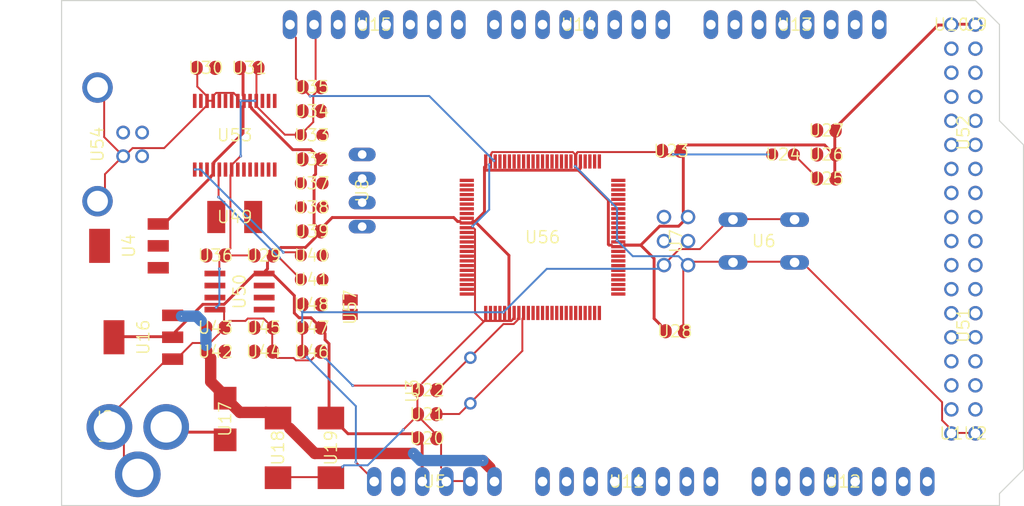
<source format=kicad_pcb>
(kicad_pcb (version 20221018) (generator pcbnew)
  (layers (0 "F.Cu" signal "Top") (31 "B.Cu" signal "Bottom") (34 "B.Paste" user) (35 "F.Paste" user) (36 "B.SilkS" user "B.Silkscreen") (37 "F.SilkS" user "F.Silkscreen") (38 "B.Mask" user) (39 "F.Mask" user) (44 "Edge.Cuts" user))
  (net 0 "")
  (net 1 "+5V")
  (net 2 "GND")
  (net 3 "N$6")
  (net 4 "N$7")
  (net 5 "AREF")
  (net 6 "RESET")
  (net 7 "VIN")
  (net 8 "N$3")
  (net 9 "PWRIN")
  (net 10 "M8RXD")
  (net 11 "M8TXD")
  (net 12 "ADC0")
  (net 13 "ADC2")
  (net 14 "ADC1")
  (net 15 "ADC3")
  (net 16 "ADC4")
  (net 17 "ADC5")
  (net 18 "ADC6")
  (net 19 "ADC7")
  (net 20 "+3V3")
  (net 21 "SDA")
  (net 22 "SCL")
  (net 23 "ADC9")
  (net 24 "ADC8")
  (net 25 "ADC10")
  (net 26 "ADC11")
  (net 27 "ADC12")
  (net 28 "ADC13")
  (net 29 "ADC14")
  (net 30 "ADC15")
  (net 31 "PB3")
  (net 32 "PB2")
  (net 33 "PB1")
  (net 34 "PB5")
  (net 35 "PB4")
  (net 36 "PE5")
  (net 37 "PE4")
  (net 38 "PE3")
  (net 39 "PE1")
  (net 40 "PE0")
  (net 41 "N$15")
  (net 42 "N$53")
  (net 43 "N$54")
  (net 44 "N$55")
  (net 45 "D-")
  (net 46 "D+")
  (net 47 "N$60")
  (net 48 "DTR")
  (net 49 "USBVCC")
  (net 50 "N$2")
  (net 51 "N$4")
  (net 52 "GATE_CMD")
  (net 53 "CMP")
  (net 54 "PB6")
  (net 55 "PH3")
  (net 56 "PH4")
  (net 57 "PH5")
  (net 58 "PH6")
  (net 59 "PG5")
  (net 60 "RXD1")
  (net 61 "TXD1")
  (net 62 "RXD2")
  (net 63 "RXD3")
  (net 64 "TXD2")
  (net 65 "TXD3")
  (net 66 "PC0")
  (net 67 "PC1")
  (net 68 "PC2")
  (net 69 "PC3")
  (net 70 "PC4")
  (net 71 "PC5")
  (net 72 "PC6")
  (net 73 "PC7")
  (net 74 "PB0")
  (net 75 "PG0")
  (net 76 "PG1")
  (net 77 "PG2")
  (net 78 "PD7")
  (net 79 "PA0")
  (net 80 "PA1")
  (net 81 "PA2")
  (net 82 "PA3")
  (net 83 "PA4")
  (net 84 "PA5")
  (net 85 "PA6")
  (net 86 "PA7")
  (net 87 "PL0")
  (net 88 "PL1")
  (net 89 "PL2")
  (net 90 "PL3")
  (net 91 "PL4")
  (net 92 "PL5")
  (net 93 "PL6")
  (net 94 "PL7")
  (net 95 "PB7")
  (net 96 "CTS")
  (net 97 "DSR")
  (net 98 "DCD")
  (net 99 "RI")
  (footprint "Arduino_MEGA_Reference_Design:2X03" (layer "F.Cu") (at 162.5981 103.7336 -90)
    (fp_text reference "U7")
    (fp_text value "")
  )
  (footprint "Arduino_MEGA_Reference_Design:1X08" (layer "F.Cu") (at 152.3111 80.8736 180)
    (fp_text reference "U14")
    (fp_text value "")
  )
  (footprint "Arduino_MEGA_Reference_Design:1X08" (layer "F.Cu") (at 130.7211 80.8736 180)
    (fp_text reference "U15")
    (fp_text value "")
  )
  (footprint "Arduino_MEGA_Reference_Design:SMC_D" (layer "F.Cu") (at 120.5611 125.5776 -90)
    (fp_text reference "U18")
    (fp_text value "")
  )
  (footprint "Arduino_MEGA_Reference_Design:SMC_D" (layer "F.Cu") (at 126.1491 125.5776 -90)
    (fp_text reference "U19")
    (fp_text value "")
  )
  (footprint "Arduino_MEGA_Reference_Design:B3F-10XX" (layer "F.Cu") (at 171.8691 103.7336 180)
    (fp_text reference "U6")
    (fp_text value "")
  )
  (footprint "Arduino_MEGA_Reference_Design:0805RND" (layer "F.Cu") (at 173.9011 94.5896 180)
    (fp_text reference "U24")
    (fp_text value "")
  )
  (footprint "Arduino_MEGA_Reference_Design:SMB" (layer "F.Cu") (at 114.9731 122.5296 -90)
    (fp_text reference "U17")
    (fp_text value "")
  )
  (footprint "Arduino_MEGA_Reference_Design:DC-21MM" (layer "F.Cu") (at 103.0351 123.2916 90)
    (fp_text reference "U55")
    (fp_text value "")
  )
  (footprint "Arduino_MEGA_Reference_Design:HC49_S" (layer "F.Cu") (at 140.8811 118.4656 90)
    (fp_text reference "U3")
    (fp_text value "")
  )
  (footprint "Arduino_MEGA_Reference_Design:SOT223" (layer "F.Cu") (at 106.3371 113.8936 90)
    (fp_text reference "U16")
    (fp_text value "")
  )
  (footprint "Arduino_MEGA_Reference_Design:1X06" (layer "F.Cu") (at 137.0711 129.1336)
    (fp_text reference "U5")
    (fp_text value "")
  )
  (footprint "Arduino_MEGA_Reference_Design:C0805RND" (layer "F.Cu") (at 124.1171 87.4776)
    (fp_text reference "U35")
    (fp_text value "")
  )
  (footprint "Arduino_MEGA_Reference_Design:C0805RND" (layer "F.Cu") (at 162.4711 113.2586)
    (fp_text reference "U28")
    (fp_text value "")
  )
  (footprint "Arduino_MEGA_Reference_Design:C0805RND" (layer "F.Cu") (at 136.3091 122.0216)
    (fp_text reference "U21")
    (fp_text value "")
  )
  (footprint "Arduino_MEGA_Reference_Design:C0805RND" (layer "F.Cu") (at 136.3091 119.4816)
    (fp_text reference "U22")
    (fp_text value "")
  )
  (footprint "Arduino_MEGA_Reference_Design:C0805RND" (layer "F.Cu") (at 113.9571 112.8776)
    (fp_text reference "U43")
    (fp_text value "")
  )
  (footprint "Arduino_MEGA_Reference_Design:RCL_0805RND" (layer "F.Cu") (at 124.1171 105.2576)
    (fp_text reference "U40")
    (fp_text value "")
  )
  (footprint "Arduino_MEGA_Reference_Design:RCL_0805RND" (layer "F.Cu") (at 124.1171 107.7976)
    (fp_text reference "U41")
    (fp_text value "")
  )
  (footprint "Arduino_MEGA_Reference_Design:1X08" (layer "F.Cu") (at 157.3911 129.1336)
    (fp_text reference "U11")
    (fp_text value "")
  )
  (footprint "Arduino_MEGA_Reference_Design:1X08" (layer "F.Cu") (at 175.1711 80.8736 180)
    (fp_text reference "U13")
    (fp_text value "")
  )
  (footprint "Arduino_MEGA_Reference_Design:R0805RND" (layer "F.Cu") (at 178.4731 94.5896 180)
    (fp_text reference "U26")
    (fp_text value "")
  )
  (footprint "Arduino_MEGA_Reference_Design:R0805RND" (layer "F.Cu") (at 178.4731 92.0496 180)
    (fp_text reference "U27")
    (fp_text value "")
  )
  (footprint "Arduino_MEGA_Reference_Design:TQFP100" (layer "F.Cu") (at 148.5011 103.3272)
    (fp_text reference "U56")
    (fp_text value "")
  )
  (footprint "Arduino_MEGA_Reference_Design:C0805RND" (layer "F.Cu") (at 162.0901 94.2086 180)
    (fp_text reference "U23")
    (fp_text value "")
  )
  (footprint "Arduino_MEGA_Reference_Design:C0805RND" (layer "F.Cu") (at 136.3091 124.5616)
    (fp_text reference "U20")
    (fp_text value "")
  )
  (footprint "Arduino_MEGA_Reference_Design:1X08" (layer "F.Cu") (at 180.2511 129.1336)
    (fp_text reference "U12")
    (fp_text value "")
  )
  (footprint "Arduino_MEGA_Reference_Design:R0805RND" (layer "F.Cu") (at 124.1171 112.8776)
    (fp_text reference "U47")
    (fp_text value "")
  )
  (footprint "Arduino_MEGA_Reference_Design:C0805RND" (layer "F.Cu") (at 124.1171 115.4176)
    (fp_text reference "U46")
    (fp_text value "")
  )
  (footprint "Arduino_MEGA_Reference_Design:C0805RND" (layer "F.Cu") (at 113.9571 105.2576)
    (fp_text reference "U36")
    (fp_text value "")
  )
  (footprint "Arduino_MEGA_Reference_Design:C0805RND" (layer "F.Cu") (at 112.9411 85.4456)
    (fp_text reference "U30")
    (fp_text value "")
  )
  (footprint "Arduino_MEGA_Reference_Design:0805RND" (layer "F.Cu") (at 124.1171 100.1776 180)
    (fp_text reference "U38")
    (fp_text value "")
  )
  (footprint "Arduino_MEGA_Reference_Design:0805RND" (layer "F.Cu") (at 124.1171 97.6376 180)
    (fp_text reference "U37")
    (fp_text value "")
  )
  (footprint "Arduino_MEGA_Reference_Design:R0805RND" (layer "F.Cu") (at 124.1171 95.0976)
    (fp_text reference "U32")
    (fp_text value "")
  )
  (footprint "Arduino_MEGA_Reference_Design:R0805RND" (layer "F.Cu") (at 124.1171 102.7176)
    (fp_text reference "U39")
    (fp_text value "")
  )
  (footprint "Arduino_MEGA_Reference_Design:SSOP28" (layer "F.Cu") (at 115.9891 92.5576)
    (fp_text reference "U53")
    (fp_text value "")
  )
  (footprint "Arduino_MEGA_Reference_Design:PN61729" (layer "F.Cu") (at 98.9584 93.5228 -90)
    (fp_text reference "U54")
    (fp_text value "")
  )
  (footprint "Arduino_MEGA_Reference_Design:L1812" (layer "F.Cu") (at 115.9891 101.1936)
    (fp_text reference "U49")
    (fp_text value "")
  )
  (footprint "Arduino_MEGA_Reference_Design:C0805RND" (layer "F.Cu") (at 117.5131 85.4456)
    (fp_text reference "U31")
    (fp_text value "")
  )
  (footprint "Arduino_MEGA_Reference_Design:0805RND" (layer "F.Cu") (at 124.1171 92.5576 180)
    (fp_text reference "U33")
    (fp_text value "")
  )
  (footprint "Arduino_MEGA_Reference_Design:R0805RND" (layer "F.Cu") (at 124.1171 90.0176 180)
    (fp_text reference "U34")
    (fp_text value "")
  )
  (footprint "Arduino_MEGA_Reference_Design:C0805RND" (layer "F.Cu") (at 124.1171 110.4392 180)
    (fp_text reference "U48")
    (fp_text value "")
  )
  (footprint "Arduino_MEGA_Reference_Design:SOT223" (layer "F.Cu") (at 104.8131 104.2416 90)
    (fp_text reference "U4")
    (fp_text value "")
  )
  (footprint "Arduino_MEGA_Reference_Design:SO08" (layer "F.Cu") (at 116.4971 109.0676 -90)
    (fp_text reference "U50")
    (fp_text value "")
  )
  (footprint "Arduino_MEGA_Reference_Design:R0805RND" (layer "F.Cu") (at 113.9571 115.4176 180)
    (fp_text reference "U42")
    (fp_text value "")
  )
  (footprint "Arduino_MEGA_Reference_Design:R0805RND" (layer "F.Cu") (at 119.0371 112.8776 180)
    (fp_text reference "U45")
    (fp_text value "")
  )
  (footprint "Arduino_MEGA_Reference_Design:C0805RND" (layer "F.Cu") (at 119.0371 115.4176 180)
    (fp_text reference "U44")
    (fp_text value "")
  )
  (footprint "Arduino_MEGA_Reference_Design:C0805RND" (layer "F.Cu") (at 119.0371 105.2576)
    (fp_text reference "U29")
    (fp_text value "")
  )
  (footprint "Arduino_MEGA_Reference_Design:2X08" (layer "F.Cu") (at 192.9511 92.3036 90)
    (fp_text reference "U52")
    (fp_text value "")
  )
  (footprint "Arduino_MEGA_Reference_Design:2X08" (layer "F.Cu") (at 192.9511 112.6236 90)
    (fp_text reference "U51")
    (fp_text value "")
  )
  (footprint "Arduino_MEGA_Reference_Design:R0805RND" (layer "F.Cu") (at 178.4731 97.1296 180)
    (fp_text reference "U25")
    (fp_text value "")
  )
  (footprint "Arduino_MEGA_Reference_Design:1X01" (layer "F.Cu") (at 191.6811 80.8736)
    (fp_text reference "U10")
    (fp_text value "")
  )
  (footprint "Arduino_MEGA_Reference_Design:1X01" (layer "F.Cu") (at 194.2211 80.8736)
    (fp_text reference "U9")
    (fp_text value "")
  )
  (footprint "Arduino_MEGA_Reference_Design:1X01" (layer "F.Cu") (at 191.6811 124.0536)
    (fp_text reference "U1")
    (fp_text value "")
  )
  (footprint "Arduino_MEGA_Reference_Design:1X01" (layer "F.Cu") (at 194.2211 124.0536)
    (fp_text reference "U2")
    (fp_text value "")
  )
  (footprint "Arduino_MEGA_Reference_Design:SJ" (layer "F.Cu") (at 128.1811 110.7186 -90)
    (fp_text reference "U57")
    (fp_text value "")
  )
  (footprint "Arduino_MEGA_Reference_Design:JP4" (layer "F.Cu") (at 129.4511 98.3996 -90)
    (fp_text reference "U8")
    (fp_text value "")
  )
  (gr_line (start 196.7611 131.6736) (end 97.7011 131.6736) (layer "Edge.Cuts") (width 0.12))
  (gr_line (start 196.7611 80.8736) (end 196.7611 91.0336) (layer "Edge.Cuts") (width 0.12))
  (gr_line (start 196.7611 91.0336) (end 199.3011 93.5736) (layer "Edge.Cuts") (width 0.12))
  (gr_line (start 194.2211 78.3336) (end 196.7611 80.8736) (layer "Edge.Cuts") (width 0.12))
  (gr_line (start 97.7011 131.6736) (end 97.7011 78.3336) (layer "Edge.Cuts") (width 0.12))
  (gr_line (start 199.3011 93.5736) (end 199.3011 127.8636) (layer "Edge.Cuts") (width 0.12))
  (gr_line (start 199.3011 127.8636) (end 196.7611 130.4036) (layer "Edge.Cuts") (width 0.12))
  (gr_line (start 97.7011 78.3336) (end 194.2211 78.3336) (layer "Edge.Cuts") (width 0.12))
  (gr_line (start 196.7611 130.4036) (end 196.7611 131.6736) (layer "Edge.Cuts") (width 0.12))
  (segment (start 117.03443333333333 88.91693333333333) (end 117.4511 88.91693333333333) (width 0.3048) (layer "F.Cu") (net 1))
  (segment (start 116.86776666666667 86.0836) (end 116.86776666666667 88.3336) (width 0.3048) (layer "F.Cu") (net 1))
  (segment (start 113.78443333333333 95.5836) (end 113.78443333333333 95.41693333333333) (width 0.3048) (layer "F.Cu") (net 1))
  (segment (start 113.78443333333333 95.41693333333333) (end 116.86776666666667 92.3336) (width 0.3048) (layer "F.Cu") (net 1))
  (segment (start 116.86776666666667 92.3336) (end 116.86776666666667 89.50026666666668) (width 0.3048) (layer "F.Cu") (net 1))
  (segment (start 108.86776666666667 101.5836) (end 113.4511 97.00026666666668) (width 0.3048) (layer "F.Cu") (net 1))
  (segment (start 113.4511 97.00026666666668) (end 113.4511 96.91693333333333) (width 0.3048) (layer "F.Cu") (net 1))
  (segment (start 113.4511 96.91693333333333) (end 113.61776666666667 96.75026666666668) (width 0.3048) (layer "F.Cu") (net 1))
  (segment (start 124.53443333333333 94.5836) (end 124.03443333333333 94.0836) (width 0.3048) (layer "F.Cu") (net 1))
  (segment (start 124.03443333333333 94.0836) (end 122.11776666666667 94.0836) (width 0.3048) (layer "F.Cu") (net 1))
  (segment (start 122.11776666666667 94.0836) (end 117.78443333333333 89.75026666666668) (width 0.3048) (layer "F.Cu") (net 1))
  (segment (start 117.78443333333333 89.75026666666668) (end 117.78443333333333 89.66693333333333) (width 0.3048) (layer "F.Cu") (net 1))
  (segment (start 117.78443333333333 89.66693333333333) (end 117.61776666666667 89.50026666666668) (width 0.3048) (layer "F.Cu") (net 1))
  (segment (start 124.53443333333333 102.0836) (end 124.36776666666667 101.91693333333333) (width 0.3048) (layer "F.Cu") (net 1))
  (segment (start 124.36776666666667 101.91693333333333) (end 124.36776666666667 96.8336) (width 0.3048) (layer "F.Cu") (net 1))
  (segment (start 124.36776666666667 96.8336) (end 124.53443333333333 96.66693333333333) (width 0.3048) (layer "F.Cu") (net 1))
  (segment (start 124.53443333333333 96.66693333333333) (end 124.53443333333333 95.75026666666668) (width 0.3048) (layer "F.Cu") (net 1))
  (segment (start 120.4511 104.8336) (end 120.86776666666667 104.41693333333333) (width 0.3048) (layer "F.Cu") (net 1))
  (segment (start 120.86776666666667 104.41693333333333) (end 123.4511 104.41693333333333) (width 0.3048) (layer "F.Cu") (net 1))
  (segment (start 123.4511 104.41693333333333) (end 124.53443333333333 103.3336) (width 0.3048) (layer "F.Cu") (net 1))
  (segment (start 119.2011 106.91693333333333) (end 119.4511 106.66693333333333) (width 0.3048) (layer "F.Cu") (net 1))
  (segment (start 119.4511 106.66693333333333) (end 119.4511 105.91693333333333) (width 0.3048) (layer "F.Cu") (net 1))
  (segment (start 124.53443333333333 112.3336) (end 124.03443333333333 111.8336) (width 0.3048) (layer "F.Cu") (net 1))
  (segment (start 124.03443333333333 111.8336) (end 122.78443333333333 111.8336) (width 0.3048) (layer "F.Cu") (net 1))
  (segment (start 122.78443333333333 111.8336) (end 122.28443333333333 111.3336) (width 0.3048) (layer "F.Cu") (net 1))
  (segment (start 122.28443333333333 111.3336) (end 122.28443333333333 109.50026666666668) (width 0.3048) (layer "F.Cu") (net 1))
  (segment (start 122.28443333333333 109.50026666666668) (end 120.03443333333333 107.25026666666668) (width 0.3048) (layer "F.Cu") (net 1))
  (segment (start 125.9511 121.3336) (end 125.9511 114.5836) (width 0.3048) (layer "F.Cu") (net 1))
  (segment (start 125.9511 114.5836) (end 125.53443333333333 114.16693333333333) (width 0.3048) (layer "F.Cu") (net 1))
  (segment (start 125.53443333333333 114.16693333333333) (end 125.53443333333333 113.50026666666668) (width 0.3048) (layer "F.Cu") (net 1))
  (segment (start 134.78443333333334 124.0836) (end 127.9511 124.0836) (width 0.3048) (layer "F.Cu") (net 1))
  (segment (start 127.9511 124.0836) (end 127.36776666666667 123.50026666666668) (width 0.3048) (layer "F.Cu") (net 1))
  (segment (start 135.78443333333334 127.66693333333333) (end 135.78443333333334 125.16693333333333) (width 0.3048) (layer "F.Cu") (net 1))
  (segment (start 109.7011 113.3336) (end 112.61776666666667 110.41693333333333) (width 0.3048) (layer "F.Cu") (net 1))
  (segment (start 112.61776666666667 110.41693333333333) (end 114.86776666666667 110.41693333333333) (width 0.3048) (layer "F.Cu") (net 1))
  (segment (start 114.86776666666667 110.41693333333333) (end 118.03443333333333 107.25026666666668) (width 0.3048) (layer "F.Cu") (net 1))
  (segment (start 104.2011 113.8336) (end 108.36776666666667 113.8336) (width 0.3048) (layer "F.Cu") (net 1))
  (segment (start 139.78443333333334 101.66693333333333) (end 139.53443333333334 101.66693333333333) (width 0.3048) (layer "F.Cu") (net 1))
  (segment (start 139.53443333333334 101.66693333333333) (end 139.11776666666665 101.25026666666668) (width 0.3048) (layer "F.Cu") (net 1))
  (segment (start 139.11776666666665 101.25026666666668) (end 126.28443333333333 101.25026666666668) (width 0.3048) (layer "F.Cu") (net 1))
  (segment (start 126.28443333333333 101.25026666666668) (end 125.53443333333333 102.00026666666668) (width 0.3048) (layer "F.Cu") (net 1))
  (segment (start 142.36776666666665 95.91693333333333) (end 142.36776666666665 100.66693333333333) (width 0.3048) (layer "F.Cu") (net 1))
  (segment (start 142.36776666666665 100.66693333333333) (end 141.36776666666665 101.66693333333333) (width 0.3048) (layer "F.Cu") (net 1))
  (segment (start 141.36776666666665 101.66693333333333) (end 141.11776666666665 101.66693333333333) (width 0.3048) (layer "F.Cu") (net 1))
  (segment (start 152.4511 95.91693333333333) (end 152.4511 96.0836) (width 0.3048) (layer "F.Cu") (net 1))
  (segment (start 152.4511 96.0836) (end 152.28443333333334 96.25026666666668) (width 0.3048) (layer "F.Cu") (net 1))
  (segment (start 152.28443333333334 96.25026666666668) (end 142.36776666666665 96.25026666666668) (width 0.3048) (layer "F.Cu") (net 1))
  (segment (start 142.36776666666665 96.25026666666668) (end 142.36776666666665 96.00026666666668) (width 0.3048) (layer "F.Cu") (net 1))
  (segment (start 142.36776666666665 96.00026666666668) (end 142.4511 95.91693333333333) (width 0.3048) (layer "F.Cu") (net 1))
  (segment (start 155.78443333333334 104.16693333333333) (end 155.53443333333334 104.16693333333333) (width 0.3048) (layer "F.Cu") (net 1))
  (segment (start 155.53443333333334 104.16693333333333) (end 155.4511 104.0836) (width 0.3048) (layer "F.Cu") (net 1))
  (segment (start 155.4511 104.0836) (end 155.4511 99.41693333333333) (width 0.3048) (layer "F.Cu") (net 1))
  (segment (start 155.4511 99.41693333333333) (end 152.28443333333334 96.25026666666668) (width 0.3048) (layer "F.Cu") (net 1))
  (segment (start 152.28443333333334 96.25026666666668) (end 152.4511 96.0836) (width 0.3048) (layer "F.Cu") (net 1))
  (segment (start 152.4511 96.0836) (end 152.4511 96.00026666666668) (width 0.3048) (layer "F.Cu") (net 1))
  (segment (start 152.4511 96.00026666666668) (end 152.53443333333334 95.91693333333333) (width 0.3048) (layer "F.Cu") (net 1))
  (segment (start 163.36776666666668 101.66693333333333) (end 162.86776666666668 102.16693333333333) (width 0.3048) (layer "F.Cu") (net 1))
  (segment (start 162.86776666666668 102.16693333333333) (end 160.86776666666665 102.16693333333333) (width 0.3048) (layer "F.Cu") (net 1))
  (segment (start 160.86776666666665 102.16693333333333) (end 158.86776666666665 104.16693333333333) (width 0.3048) (layer "F.Cu") (net 1))
  (segment (start 158.86776666666665 104.16693333333333) (end 157.11776666666665 104.16693333333333) (width 0.3048) (layer "F.Cu") (net 1))
  (segment (start 163.36776666666668 94.8336) (end 163.36776666666668 100.66693333333333) (width 0.3048) (layer "F.Cu") (net 1))
  (segment (start 160.9511 112.5836) (end 160.28443333333334 111.91693333333333) (width 0.3048) (layer "F.Cu") (net 1))
  (segment (start 160.28443333333334 111.91693333333333) (end 160.28443333333334 105.5836) (width 0.3048) (layer "F.Cu") (net 1))
  (segment (start 160.28443333333334 105.5836) (end 158.86776666666665 104.16693333333333) (width 0.3048) (layer "F.Cu") (net 1))
  (segment (start 158.86776666666665 104.16693333333333) (end 157.2011 104.16693333333333) (width 0.3048) (layer "F.Cu") (net 1))
  (segment (start 157.2011 104.16693333333333) (end 157.11776666666665 104.25026666666668) (width 0.3048) (layer "F.Cu") (net 1))
  (segment (start 144.9511 110.5836) (end 144.9511 105.25026666666668) (width 0.3048) (layer "F.Cu") (net 1))
  (segment (start 144.9511 105.25026666666668) (end 141.36776666666665 101.66693333333333) (width 0.3048) (layer "F.Cu") (net 1))
  (segment (start 141.36776666666665 101.66693333333333) (end 141.2011 101.66693333333333) (width 0.3048) (layer "F.Cu") (net 1))
  (segment (start 141.2011 101.66693333333333) (end 141.11776666666665 101.75026666666668) (width 0.3048) (layer "F.Cu") (net 1))
  (segment (start 178.86776666666668 94.16693333333333) (end 178.2844333333333 93.5836) (width 0.3048) (layer "F.Cu") (net 1))
  (segment (start 178.2844333333333 93.5836) (end 163.5344333333333 93.5836) (width 0.3048) (layer "F.Cu") (net 1))
  (segment (start 179.36776666666668 92.66693333333333) (end 179.36776666666668 93.91693333333333) (width 0.3048) (layer "F.Cu") (net 1))
  (segment (start 179.36776666666668 96.41693333333333) (end 179.36776666666668 95.25026666666668) (width 0.3048) (layer "F.Cu") (net 1))
  (segment (start 191.11776666666668 80.91693333333333) (end 190.2844333333333 80.91693333333333) (width 0.3048) (layer "F.Cu") (net 1))
  (segment (start 190.2844333333333 80.91693333333333) (end 179.86776666666668 91.3336) (width 0.3048) (layer "F.Cu") (net 1))
  (segment (start 193.7011 80.8336) (end 192.11776666666668 80.8336) (width 0.3048) (layer "F.Cu") (net 1))
  (segment (start 113.11776666666667 88.91693333333333) (end 113.61776666666667 88.91693333333333) (width 0.2032) (layer "F.Cu") (net 2))
  (segment (start 116.2011 88.41693333333333) (end 115.86776666666667 88.0836) (width 0.2032) (layer "F.Cu") (net 2))
  (segment (start 115.86776666666667 88.0836) (end 114.03443333333333 88.0836) (width 0.2032) (layer "F.Cu") (net 2))
  (segment (start 114.03443333333333 88.0836) (end 113.78443333333333 88.3336) (width 0.2032) (layer "F.Cu") (net 2))
  (via micro (at 118.11776666666667 88.91693333333333) (size 0.3) (drill 0.1) (layers "F.Cu" "B.Cu") (net 2))
  (segment (start 118.11776666666667 88.91693333333333) (end 116.61776666666667 88.91693333333333) (width 0.2032) (layer "B.Cu") (net 2))
  (via micro (at 116.61776666666667 88.91693333333333) (size 0.3) (drill 0.1) (layers "F.Cu" "B.Cu") (net 2))
  (segment (start 116.61776666666667 88.91693333333333) (end 116.36776666666667 88.91693333333333) (width 0.2032) (layer "F.Cu") (net 2))
  (segment (start 118.28443333333333 86.0836) (end 118.28443333333333 88.3336) (width 0.2032) (layer "F.Cu") (net 2))
  (segment (start 112.03443333333333 86.0836) (end 112.03443333333333 87.41693333333333) (width 0.2032) (layer "F.Cu") (net 2))
  (segment (start 112.03443333333333 87.41693333333333) (end 112.9511 88.3336) (width 0.2032) (layer "F.Cu") (net 2))
  (segment (start 122.61776666666667 92.50026666666668) (end 121.28443333333333 92.50026666666668) (width 0.2032) (layer "F.Cu") (net 2))
  (segment (start 121.28443333333333 92.50026666666668) (end 118.28443333333333 89.50026666666668) (width 0.2032) (layer "F.Cu") (net 2))
  (segment (start 124.53443333333333 88.0836) (end 124.28443333333333 88.3336) (width 0.2032) (layer "F.Cu") (net 2))
  (segment (start 124.28443333333333 88.3336) (end 124.28443333333333 91.16693333333333) (width 0.2032) (layer "F.Cu") (net 2))
  (segment (start 124.28443333333333 91.16693333333333) (end 123.28443333333333 92.16693333333333) (width 0.2032) (layer "F.Cu") (net 2))
  (segment (start 124.53443333333333 82.25026666666668) (end 124.53443333333333 86.75026666666668) (width 0.2032) (layer "F.Cu") (net 2))
  (segment (start 115.7011 95.66693333333333) (end 116.61776666666667 94.75026666666668) (width 0.2032) (layer "F.Cu") (net 2))
  (via micro (at 116.61776666666667 94.75026666666668) (size 0.3) (drill 0.1) (layers "F.Cu" "B.Cu") (net 2))
  (segment (start 116.61776666666667 94.75026666666668) (end 116.61776666666667 88.91693333333333) (width 0.2032) (layer "B.Cu") (net 2))
  (via micro (at 116.61776666666667 88.91693333333333) (size 0.3) (drill 0.1) (layers "F.Cu" "B.Cu") (net 2))
  (segment (start 116.61776666666667 88.91693333333333) (end 116.4511 88.91693333333333) (width 0.2032) (layer "F.Cu") (net 2))
  (segment (start 116.4511 88.91693333333333) (end 116.36776666666667 89.00026666666668) (width 0.2032) (layer "F.Cu") (net 2))
  (segment (start 115.36776666666667 104.66693333333333) (end 115.53443333333333 104.50026666666668) (width 0.2032) (layer "F.Cu") (net 2))
  (segment (start 115.53443333333333 104.50026666666668) (end 115.53443333333333 96.75026666666668) (width 0.2032) (layer "F.Cu") (net 2))
  (via micro (at 114.03443333333333 110.75026666666668) (size 0.3) (drill 0.1) (layers "F.Cu" "B.Cu") (net 2))
  (segment (start 114.03443333333333 110.75026666666668) (end 114.36776666666667 110.41693333333333) (width 0.2032) (layer "B.Cu") (net 2))
  (segment (start 114.36776666666667 110.41693333333333) (end 114.36776666666667 106.66693333333333) (width 0.2032) (layer "B.Cu") (net 2))
  (via micro (at 114.36776666666667 106.66693333333333) (size 0.3) (drill 0.1) (layers "F.Cu" "B.Cu") (net 2))
  (segment (start 114.36776666666667 106.66693333333333) (end 114.36776666666667 105.91693333333333) (width 0.2032) (layer "F.Cu") (net 2))
  (segment (start 114.86776666666667 112.16693333333333) (end 114.86776666666667 111.0836) (width 0.2032) (layer "F.Cu") (net 2))
  (segment (start 119.4511 112.3336) (end 119.03443333333333 111.91693333333333) (width 0.2032) (layer "F.Cu") (net 2))
  (segment (start 119.03443333333333 111.91693333333333) (end 117.36776666666667 111.91693333333333) (width 0.2032) (layer "F.Cu") (net 2))
  (segment (start 117.36776666666667 111.91693333333333) (end 117.11776666666667 112.16693333333333) (width 0.2032) (layer "F.Cu") (net 2))
  (segment (start 117.11776666666667 112.16693333333333) (end 115.36776666666667 112.16693333333333) (width 0.2032) (layer "F.Cu") (net 2))
  (segment (start 119.9511 114.75026666666668) (end 119.9511 113.50026666666668) (width 0.2032) (layer "F.Cu") (net 2))
  (segment (start 124.53443333333333 115.8336) (end 124.03443333333333 116.3336) (width 0.2032) (layer "F.Cu") (net 2))
  (segment (start 124.03443333333333 116.3336) (end 122.4511 116.3336) (width 0.2032) (layer "F.Cu") (net 2))
  (segment (start 122.4511 116.3336) (end 122.2011 116.0836) (width 0.2032) (layer "F.Cu") (net 2))
  (segment (start 122.2011 116.0836) (end 120.4511 116.0836) (width 0.2032) (layer "F.Cu") (net 2))
  (segment (start 110.36776666666667 115.66693333333333) (end 111.53443333333333 114.50026666666668) (width 0.2032) (layer "F.Cu") (net 2))
  (segment (start 111.53443333333333 114.50026666666668) (end 113.36776666666667 114.50026666666668) (width 0.2032) (layer "F.Cu") (net 2))
  (segment (start 113.36776666666667 114.50026666666668) (end 114.36776666666667 113.50026666666668) (width 0.2032) (layer "F.Cu") (net 2))
  (segment (start 117.53443333333333 105.25026666666668) (end 115.36776666666667 105.25026666666668) (width 0.2032) (layer "F.Cu") (net 2))
  (segment (start 103.28443333333333 121.75026666666668) (end 108.36776666666667 116.66693333333333) (width 0.2032) (layer "F.Cu") (net 2))
  (segment (start 104.28443333333333 126.75026666666668) (end 104.28443333333333 124.91693333333333) (width 0.2032) (layer "F.Cu") (net 2))
  (segment (start 104.61776666666667 94.50026666666668) (end 105.2011 93.91693333333333) (width 0.2032) (layer "F.Cu") (net 2))
  (segment (start 105.2011 93.91693333333333) (end 108.53443333333333 93.91693333333333) (width 0.2032) (layer "F.Cu") (net 2))
  (segment (start 108.53443333333333 93.91693333333333) (end 112.9511 89.50026666666668) (width 0.2032) (layer "F.Cu") (net 2))
  (segment (start 102.2011 88.5836) (end 102.2011 92.75026666666668) (width 0.2032) (layer "F.Cu") (net 2))
  (segment (start 102.2011 92.75026666666668) (end 103.78443333333333 94.3336) (width 0.2032) (layer "F.Cu") (net 2))
  (segment (start 102.28443333333333 98.41693333333333) (end 102.28443333333333 96.66693333333333) (width 0.2032) (layer "F.Cu") (net 2))
  (segment (start 102.28443333333333 96.66693333333333) (end 103.78443333333333 95.16693333333333) (width 0.2032) (layer "F.Cu") (net 2))
  (segment (start 134.78443333333334 119.00026666666668) (end 128.4511 119.00026666666668) (width 0.2032) (layer "F.Cu") (net 2))
  (via micro (at 128.4511 119.00026666666668) (size 0.3) (drill 0.1) (layers "F.Cu" "B.Cu") (net 2))
  (segment (start 128.4511 119.00026666666668) (end 125.53443333333333 116.0836) (width 0.2032) (layer "B.Cu") (net 2))
  (via micro (at 125.53443333333333 116.0836) (size 0.3) (drill 0.1) (layers "F.Cu" "B.Cu") (net 2))
  (segment (start 135.28443333333334 121.3336) (end 135.28443333333334 120.0836) (width 0.2032) (layer "F.Cu") (net 2))
  (segment (start 136.9511 123.8336) (end 135.78443333333334 122.66693333333333) (width 0.2032) (layer "F.Cu") (net 2))
  (segment (start 137.78443333333334 127.66693333333333) (end 137.78443333333334 125.16693333333333) (width 0.2032) (layer "F.Cu") (net 2))
  (segment (start 140.2011 129.0836) (end 138.9511 129.0836) (width 0.2032) (layer "F.Cu") (net 2))
  (via micro (at 127.36776666666667 127.5836) (size 0.3) (drill 0.1) (layers "F.Cu" "B.Cu") (net 2))
  (segment (start 127.36776666666667 127.5836) (end 127.53443333333333 127.41693333333333) (width 0.2032) (layer "B.Cu") (net 2))
  (segment (start 127.53443333333333 127.41693333333333) (end 130.03443333333334 127.41693333333333) (width 0.2032) (layer "B.Cu") (net 2))
  (segment (start 130.03443333333334 127.41693333333333) (end 133.78443333333334 123.66693333333333) (width 0.2032) (layer "B.Cu") (net 2))
  (via micro (at 133.78443333333334 123.66693333333333) (size 0.3) (drill 0.1) (layers "F.Cu" "B.Cu") (net 2))
  (segment (start 133.78443333333334 123.66693333333333) (end 134.78443333333334 122.66693333333333) (width 0.2032) (layer "F.Cu") (net 2))
  (segment (start 121.78443333333333 128.66693333333333) (end 124.86776666666667 128.66693333333333) (width 0.2032) (layer "F.Cu") (net 2))
  (segment (start 145.4511 111.91693333333333) (end 145.2011 112.16693333333333) (width 0.2032) (layer "F.Cu") (net 2))
  (segment (start 145.2011 112.16693333333333) (end 142.36776666666665 112.16693333333333) (width 0.2032) (layer "F.Cu") (net 2))
  (segment (start 142.36776666666665 112.16693333333333) (end 135.78443333333334 118.75026666666668) (width 0.2032) (layer "F.Cu") (net 2))
  (segment (start 141.11776666666665 102.25026666666668) (end 141.36776666666665 102.50026666666668) (width 0.2032) (layer "F.Cu") (net 2))
  (segment (start 141.36776666666665 102.50026666666668) (end 141.36776666666665 111.3336) (width 0.2032) (layer "F.Cu") (net 2))
  (segment (start 141.36776666666665 111.3336) (end 142.28443333333334 112.25026666666668) (width 0.2032) (layer "F.Cu") (net 2))
  (segment (start 142.28443333333334 112.25026666666668) (end 142.36776666666665 112.16693333333333) (width 0.2032) (layer "F.Cu") (net 2))
  (segment (start 142.36776666666665 112.16693333333333) (end 145.2011 112.16693333333333) (width 0.2032) (layer "F.Cu") (net 2))
  (segment (start 145.2011 112.16693333333333) (end 145.36776666666665 112.00026666666668) (width 0.2032) (layer "F.Cu") (net 2))
  (segment (start 145.36776666666665 112.00026666666668) (end 145.36776666666665 111.91693333333333) (width 0.2032) (layer "F.Cu") (net 2))
  (via micro (at 142.86776666666665 95.66693333333333) (size 0.3) (drill 0.1) (layers "F.Cu" "B.Cu") (net 2))
  (segment (start 142.86776666666665 95.66693333333333) (end 142.86776666666665 100.41693333333333) (width 0.2032) (layer "B.Cu") (net 2))
  (segment (start 142.86776666666665 100.41693333333333) (end 141.11776666666665 102.16693333333333) (width 0.2032) (layer "B.Cu") (net 2))
  (via micro (at 141.11776666666665 102.16693333333333) (size 0.3) (drill 0.1) (layers "F.Cu" "B.Cu") (net 2))
  (segment (start 151.9511 94.5836) (end 151.7011 94.3336) (width 0.2032) (layer "F.Cu") (net 2))
  (segment (start 151.7011 94.3336) (end 143.2011 94.3336) (width 0.2032) (layer "F.Cu") (net 2))
  (segment (start 143.2011 94.3336) (end 143.11776666666665 94.41693333333333) (width 0.2032) (layer "F.Cu") (net 2))
  (segment (start 143.11776666666665 94.41693333333333) (end 143.11776666666665 94.50026666666668) (width 0.2032) (layer "F.Cu") (net 2))
  (segment (start 143.11776666666665 94.50026666666668) (end 143.03443333333334 94.5836) (width 0.2032) (layer "F.Cu") (net 2))
  (via micro (at 156.36776666666665 103.66693333333333) (size 0.3) (drill 0.1) (layers "F.Cu" "B.Cu") (net 2))
  (segment (start 156.36776666666665 103.66693333333333) (end 156.36776666666665 100.25026666666668) (width 0.2032) (layer "B.Cu") (net 2))
  (segment (start 156.36776666666665 100.25026666666668) (end 151.9511 95.8336) (width 0.2032) (layer "B.Cu") (net 2))
  (via micro (at 151.9511 95.8336) (size 0.3) (drill 0.1) (layers "F.Cu" "B.Cu") (net 2))
  (segment (start 160.53443333333334 94.3336) (end 152.2011 94.3336) (width 0.2032) (layer "F.Cu") (net 2))
  (segment (start 152.2011 94.3336) (end 152.11776666666665 94.41693333333333) (width 0.2032) (layer "F.Cu") (net 2))
  (segment (start 152.11776666666665 94.41693333333333) (end 152.11776666666665 94.50026666666668) (width 0.2032) (layer "F.Cu") (net 2))
  (segment (start 152.11776666666665 94.50026666666668) (end 152.03443333333334 94.5836) (width 0.2032) (layer "F.Cu") (net 2))
  (via micro (at 172.36776666666668 94.5836) (size 0.3) (drill 0.1) (layers "F.Cu" "B.Cu") (net 2))
  (segment (start 172.36776666666668 94.5836) (end 162.2844333333333 94.5836) (width 0.2032) (layer "B.Cu") (net 2))
  (via micro (at 162.2844333333333 94.5836) (size 0.3) (drill 0.1) (layers "F.Cu" "B.Cu") (net 2))
  (segment (start 162.2844333333333 94.5836) (end 161.53443333333334 94.5836) (width 0.2032) (layer "F.Cu") (net 2))
  (segment (start 163.36776666666668 105.8336) (end 162.86776666666668 105.3336) (width 0.2032) (layer "B.Cu") (net 2))
  (segment (start 162.86776666666668 105.3336) (end 158.03443333333334 105.3336) (width 0.2032) (layer "B.Cu") (net 2))
  (segment (start 158.03443333333334 105.3336) (end 156.36776666666665 103.66693333333333) (width 0.2032) (layer "B.Cu") (net 2))
  (via micro (at 156.36776666666665 103.66693333333333) (size 0.3) (drill 0.1) (layers "F.Cu" "B.Cu") (net 2))
  (segment (start 163.36776666666668 112.5836) (end 163.36776666666668 106.75026666666668) (width 0.2032) (layer "F.Cu") (net 2))
  (segment (start 167.2011 105.91693333333333) (end 164.36776666666668 105.91693333333333) (width 0.2032) (layer "F.Cu") (net 2))
  (segment (start 173.7011 105.91693333333333) (end 170.0344333333333 105.91693333333333) (width 0.2032) (layer "F.Cu") (net 2))
  (segment (start 191.5344333333333 123.50026666666668) (end 190.7011 122.66693333333333) (width 0.2032) (layer "F.Cu") (net 2))
  (segment (start 190.7011 122.66693333333333) (end 190.7011 120.75026666666668) (width 0.2032) (layer "F.Cu") (net 2))
  (segment (start 190.7011 120.75026666666668) (end 176.5344333333333 106.5836) (width 0.2032) (layer "F.Cu") (net 2))
  (segment (start 193.7011 124.00026666666668) (end 192.11776666666668 124.00026666666668) (width 0.2032) (layer "F.Cu") (net 2))
  (segment (start 137.78443333333334 122.00026666666668) (end 139.7011 122.00026666666668) (width 0.2032) (layer "F.Cu") (net 3))
  (segment (start 139.7011 122.00026666666668) (end 140.53443333333334 121.16693333333333) (width 0.2032) (layer "F.Cu") (net 3))
  (segment (start 146.36776666666665 111.91693333333333) (end 146.36776666666665 115.3336) (width 0.2032) (layer "F.Cu") (net 3))
  (segment (start 146.36776666666665 115.3336) (end 141.2011 120.50026666666668) (width 0.2032) (layer "F.Cu") (net 3))
  (segment (start 137.78443333333334 119.0836) (end 140.53443333333334 116.3336) (width 0.2032) (layer "F.Cu") (net 4))
  (segment (start 145.86776666666665 111.91693333333333) (end 145.86776666666665 112.0836) (width 0.2032) (layer "F.Cu") (net 4))
  (segment (start 145.86776666666665 112.0836) (end 145.4511 112.50026666666668) (width 0.2032) (layer "F.Cu") (net 4))
  (segment (start 145.4511 112.50026666666668) (end 144.36776666666665 112.50026666666668) (width 0.2032) (layer "F.Cu") (net 4))
  (segment (start 144.36776666666665 112.50026666666668) (end 141.2011 115.66693333333333) (width 0.2032) (layer "F.Cu") (net 4))
  (segment (start 122.61776666666667 86.75026666666668) (end 122.4511 86.5836) (width 0.2032) (layer "F.Cu") (net 5))
  (segment (start 122.4511 86.5836) (end 122.4511 82.25026666666668) (width 0.2032) (layer "F.Cu") (net 5))
  (via micro (at 143.36776666666665 95.25026666666668) (size 0.3) (drill 0.1) (layers "F.Cu" "B.Cu") (net 5))
  (segment (start 143.36776666666665 95.25026666666668) (end 136.53443333333334 88.41693333333333) (width 0.2032) (layer "B.Cu") (net 5))
  (segment (start 136.53443333333334 88.41693333333333) (end 123.9511 88.41693333333333) (width 0.2032) (layer "B.Cu") (net 5))
  (via micro (at 123.9511 88.41693333333333) (size 0.3) (drill 0.1) (layers "F.Cu" "B.Cu") (net 5))
  (segment (start 123.9511 88.41693333333333) (end 123.61776666666667 88.0836) (width 0.2032) (layer "F.Cu") (net 5))
  (via micro (at 123.11776666666667 111.0836) (size 0.3) (drill 0.1) (layers "F.Cu" "B.Cu") (net 6))
  (segment (start 123.11776666666667 111.0836) (end 123.11776666666667 112.25026666666668) (width 0.2032) (layer "B.Cu") (net 6))
  (via micro (at 123.11776666666667 112.25026666666668) (size 0.3) (drill 0.1) (layers "F.Cu" "B.Cu") (net 6))
  (segment (start 123.11776666666667 114.75026666666668) (end 123.11776666666667 113.50026666666668) (width 0.2032) (layer "F.Cu") (net 6))
  (segment (start 130.03443333333334 128.3336) (end 128.78443333333334 127.0836) (width 0.2032) (layer "F.Cu") (net 6))
  (via micro (at 128.78443333333334 127.0836) (size 0.3) (drill 0.1) (layers "F.Cu" "B.Cu") (net 6))
  (segment (start 128.78443333333334 127.0836) (end 128.78443333333334 121.16693333333333) (width 0.2032) (layer "B.Cu") (net 6))
  (segment (start 128.78443333333334 121.16693333333333) (end 123.61776666666667 116.00026666666668) (width 0.2032) (layer "B.Cu") (net 6))
  (via micro (at 123.61776666666667 116.00026666666668) (size 0.3) (drill 0.1) (layers "F.Cu" "B.Cu") (net 6))
  (via micro (at 144.36776666666665 111.25026666666668) (size 0.3) (drill 0.1) (layers "F.Cu" "B.Cu") (net 6))
  (segment (start 144.36776666666665 111.25026666666668) (end 123.11776666666667 111.25026666666668) (width 0.2032) (layer "B.Cu") (net 6))
  (segment (start 123.11776666666667 111.25026666666668) (end 123.11776666666667 111.0836) (width 0.2032) (layer "B.Cu") (net 6))
  (via micro (at 123.11776666666667 111.0836) (size 0.3) (drill 0.1) (layers "F.Cu" "B.Cu") (net 6))
  (segment (start 160.78443333333334 106.66693333333333) (end 148.9511 106.66693333333333) (width 0.2032) (layer "B.Cu") (net 6))
  (segment (start 148.9511 106.66693333333333) (end 144.36776666666665 111.25026666666668) (width 0.2032) (layer "B.Cu") (net 6))
  (via micro (at 144.36776666666665 111.25026666666668) (size 0.3) (drill 0.1) (layers "F.Cu" "B.Cu") (net 6))
  (segment (start 167.61776666666668 102.0836) (end 165.11776666666668 104.5836) (width 0.2032) (layer "F.Cu") (net 6))
  (segment (start 165.11776666666668 104.5836) (end 162.9511 104.5836) (width 0.2032) (layer "F.Cu") (net 6))
  (segment (start 162.9511 104.5836) (end 161.7844333333333 105.75026666666668) (width 0.2032) (layer "F.Cu") (net 6))
  (segment (start 173.7011 101.41693333333333) (end 170.0344333333333 101.41693333333333) (width 0.2032) (layer "F.Cu") (net 6))
  (via micro (at 112.9511 114.75026666666668) (size 0.3) (drill 0.1) (layers "F.Cu" "B.Cu") (net 7))
  (segment (start 112.9511 114.75026666666668) (end 112.9511 113.50026666666668) (width 1.2) (layer "B.Cu") (net 7))
  (via micro (at 112.9511 113.50026666666668) (size 0.3) (drill 0.1) (layers "F.Cu" "B.Cu") (net 7))
  (via micro (at 110.36776666666667 111.66693333333333) (size 0.3) (drill 0.1) (layers "F.Cu" "B.Cu") (net 7))
  (segment (start 110.36776666666667 111.66693333333333) (end 111.9511 111.66693333333333) (width 1.2) (layer "B.Cu") (net 7))
  (segment (start 111.9511 111.66693333333333) (end 112.4511 112.16693333333333) (width 1.2) (layer "B.Cu") (net 7))
  (via micro (at 112.4511 112.16693333333333) (size 0.3) (drill 0.1) (layers "F.Cu" "B.Cu") (net 7))
  (segment (start 114.36776666666667 119.50026666666668) (end 113.4511 118.5836) (width 1.2) (layer "F.Cu") (net 7))
  (segment (start 113.4511 118.5836) (end 113.4511 116.0836) (width 1.2) (layer "F.Cu") (net 7))
  (segment (start 119.28443333333333 121.8336) (end 116.53443333333333 121.8336) (width 1.2) (layer "F.Cu") (net 7))
  (segment (start 116.53443333333333 121.8336) (end 115.7011 121.00026666666668) (width 1.2) (layer "F.Cu") (net 7))
  (segment (start 142.9511 127.66693333333333) (end 142.2011 126.91693333333333) (width 1.2) (layer "F.Cu") (net 7))
  (via micro (at 142.2011 126.91693333333333) (size 0.3) (drill 0.1) (layers "F.Cu" "B.Cu") (net 7))
  (segment (start 142.2011 126.91693333333333) (end 135.61776666666665 126.91693333333333) (width 1.2) (layer "B.Cu") (net 7))
  (segment (start 135.61776666666665 126.91693333333333) (end 134.86776666666665 126.16693333333333) (width 1.2) (layer "B.Cu") (net 7))
  (via micro (at 134.86776666666665 126.16693333333333) (size 0.3) (drill 0.1) (layers "F.Cu" "B.Cu") (net 7))
  (segment (start 134.86776666666665 126.16693333333333) (end 124.4511 126.16693333333333) (width 1.2) (layer "F.Cu") (net 7))
  (segment (start 124.4511 126.16693333333333) (end 121.78443333333333 123.50026666666668) (width 1.2) (layer "F.Cu") (net 7))
  (segment (start 176.9511 96.50026666666668) (end 175.36776666666668 94.91693333333333) (width 0.2032) (layer "F.Cu") (net 8))
  (segment (start 110.28443333333333 123.91693333333333) (end 114.2011 123.91693333333333) (width 0.3048) (layer "F.Cu") (net 9))
  (via micro (at 111.78443333333333 96.16693333333333) (size 0.3) (drill 0.1) (layers "F.Cu" "B.Cu") (net 10))
  (segment (start 111.78443333333333 96.16693333333333) (end 112.36776666666667 96.16693333333333) (width 0.2032) (layer "B.Cu") (net 10))
  (segment (start 112.36776666666667 96.16693333333333) (end 121.11776666666667 104.91693333333333) (width 0.2032) (layer "B.Cu") (net 10))
  (via micro (at 121.11776666666667 104.91693333333333) (size 0.3) (drill 0.1) (layers "F.Cu" "B.Cu") (net 10))
  (segment (start 121.11776666666667 104.91693333333333) (end 122.61776666666667 104.91693333333333) (width 0.2032) (layer "F.Cu") (net 10))
  (segment (start 114.28443333333333 96.75026666666668) (end 114.28443333333333 99.0836) (width 0.2032) (layer "F.Cu") (net 11))
  (via micro (at 114.28443333333333 99.0836) (size 0.3) (drill 0.1) (layers "F.Cu" "B.Cu") (net 11))
  (segment (start 114.28443333333333 99.0836) (end 120.7011 105.50026666666668) (width 0.2032) (layer "B.Cu") (net 11))
  (via micro (at 120.7011 105.50026666666668) (size 0.3) (drill 0.1) (layers "F.Cu" "B.Cu") (net 11))
  (segment (start 120.7011 105.50026666666668) (end 122.61776666666667 107.41693333333333) (width 0.2032) (layer "F.Cu") (net 11))
)
</source>
